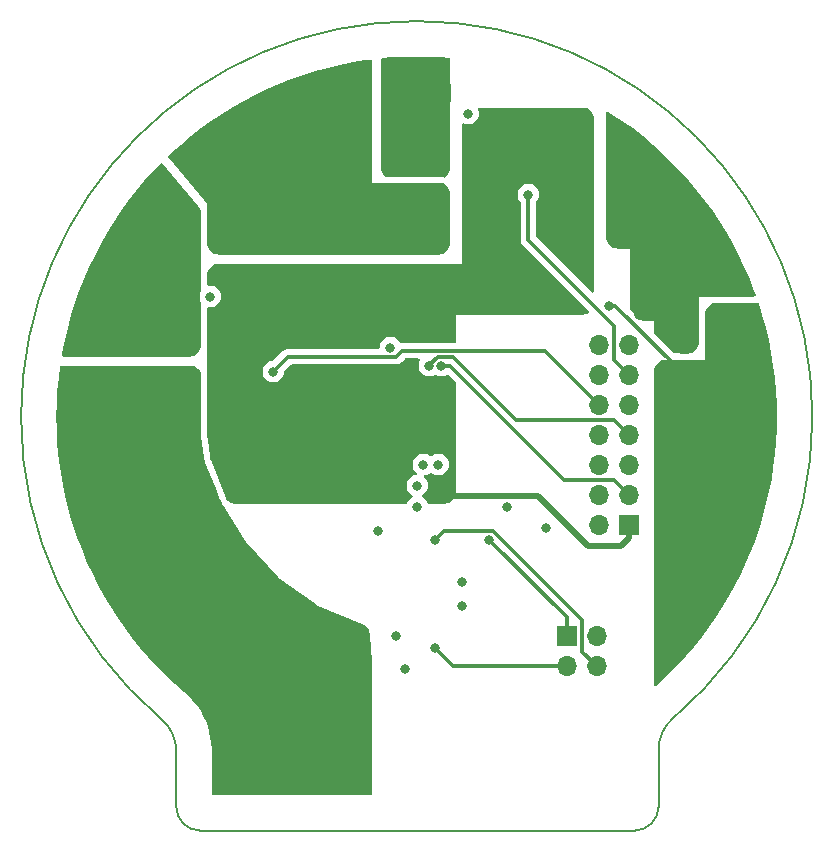
<source format=gbr>
%TF.GenerationSoftware,KiCad,Pcbnew,7.0.6*%
%TF.CreationDate,2024-03-18T21:18:51+03:00*%
%TF.ProjectId,_____ ________,1f3b3042-3020-4343-9042-47383a3e322e,rev?*%
%TF.SameCoordinates,Original*%
%TF.FileFunction,Copper,L2,Inr*%
%TF.FilePolarity,Positive*%
%FSLAX46Y46*%
G04 Gerber Fmt 4.6, Leading zero omitted, Abs format (unit mm)*
G04 Created by KiCad (PCBNEW 7.0.6) date 2024-03-18 21:18:51*
%MOMM*%
%LPD*%
G01*
G04 APERTURE LIST*
G04 Aperture macros list*
%AMRotRect*
0 Rectangle, with rotation*
0 The origin of the aperture is its center*
0 $1 length*
0 $2 width*
0 $3 Rotation angle, in degrees counterclockwise*
0 Add horizontal line*
21,1,$1,$2,0,0,$3*%
G04 Aperture macros list end*
%TA.AperFunction,ComponentPad*%
%ADD10RotRect,1.635000X1.635000X290.000000*%
%TD*%
%TA.AperFunction,ComponentPad*%
%ADD11C,1.635000*%
%TD*%
%TA.AperFunction,ComponentPad*%
%ADD12C,6.000000*%
%TD*%
%TA.AperFunction,ComponentPad*%
%ADD13RotRect,1.635000X1.635000X70.000000*%
%TD*%
%TA.AperFunction,ComponentPad*%
%ADD14RotRect,1.635000X1.635000X300.000000*%
%TD*%
%TA.AperFunction,ComponentPad*%
%ADD15R,1.635000X1.635000*%
%TD*%
%TA.AperFunction,ComponentPad*%
%ADD16RotRect,1.635000X1.635000X60.000000*%
%TD*%
%TA.AperFunction,ComponentPad*%
%ADD17RotRect,1.635000X1.635000X50.000000*%
%TD*%
%TA.AperFunction,ComponentPad*%
%ADD18R,1.700000X1.700000*%
%TD*%
%TA.AperFunction,ComponentPad*%
%ADD19O,1.700000X1.700000*%
%TD*%
%TA.AperFunction,ComponentPad*%
%ADD20RotRect,1.635000X1.635000X310.000000*%
%TD*%
%TA.AperFunction,ViaPad*%
%ADD21C,0.800000*%
%TD*%
%TA.AperFunction,Conductor*%
%ADD22C,0.500000*%
%TD*%
%TA.AperFunction,Conductor*%
%ADD23C,0.300000*%
%TD*%
%TA.AperFunction,Profile*%
%ADD24C,0.200000*%
%TD*%
G04 APERTURE END LIST*
D10*
%TO.N,B_OUT*%
%TO.C,J13*%
X144872270Y-59835673D03*
D11*
X146411361Y-64064290D03*
%TD*%
D12*
%TO.N,B*%
%TO.C,J2*%
X151765000Y-55880000D03*
%TD*%
%TO.N,C*%
%TO.C,J3*%
X129540000Y-70485000D03*
%TD*%
D13*
%TO.N,C_OUT*%
%TO.C,J7*%
X145272909Y-107352617D03*
D11*
X146812000Y-103124000D03*
%TD*%
D14*
%TO.N,B_OUT*%
%TO.C,J12*%
X139990000Y-62142886D03*
D11*
X142240000Y-66040000D03*
%TD*%
D15*
%TO.N,A_OUT*%
%TO.C,J6*%
X178272000Y-79248000D03*
D11*
X173772000Y-79248000D03*
%TD*%
D12*
%TO.N,A*%
%TO.C,J1*%
X173990000Y-70485000D03*
%TD*%
D16*
%TO.N,C_OUT*%
%TO.C,J10*%
X140498000Y-104989114D03*
D11*
X142748000Y-101092000D03*
%TD*%
D15*
%TO.N,A_OUT*%
%TO.C,J5*%
X178272000Y-83566000D03*
D11*
X173772000Y-83566000D03*
%TD*%
D17*
%TO.N,C_OUT*%
%TO.C,J11*%
X136045456Y-101999200D03*
D11*
X138938000Y-98552000D03*
%TD*%
D18*
%TO.N,PTC_Coil_A*%
%TO.C,J8*%
X164540000Y-101874000D03*
D19*
%TO.N,GNDA*%
X167080000Y-101874000D03*
%TO.N,PTC_Coil_C*%
X164540000Y-104414000D03*
%TO.N,PTC_Coil_B*%
X167080000Y-104414000D03*
%TD*%
D20*
%TO.N,B_OUT*%
%TO.C,J14*%
X135537456Y-65132800D03*
D11*
X138430000Y-68580000D03*
%TD*%
D15*
%TO.N,A_OUT*%
%TO.C,J9*%
X178272000Y-87884000D03*
D11*
X173772000Y-87884000D03*
%TD*%
D18*
%TO.N,+3.3V*%
%TO.C,J4*%
X169784000Y-92456000D03*
D19*
%TO.N,GND*%
X167244000Y-92456000D03*
%TO.N,CS_MCU*%
X169784000Y-89916000D03*
%TO.N,Temp_Coil_C_MCU*%
X167244000Y-89916000D03*
%TO.N,SCLK_MCU*%
X169784000Y-87376000D03*
%TO.N,Temp_Coil_B_MCU*%
X167244000Y-87376000D03*
%TO.N,SDIO_MCU*%
X169784000Y-84836000D03*
%TO.N,Temp_Coil_A_MCU*%
X167244000Y-84836000D03*
%TO.N,OUT_MCU*%
X169784000Y-82296000D03*
%TO.N,Current_C_MCU*%
X167244000Y-82296000D03*
%TO.N,Current_B_MCU*%
X169784000Y-79756000D03*
%TO.N,Current_A_MCU*%
X167244000Y-79756000D03*
%TO.N,+3.3VA*%
X169784000Y-77216000D03*
%TO.N,GNDA*%
X167244000Y-77216000D03*
%TD*%
D21*
%TO.N,+3.3V*%
X136144000Y-73152000D03*
X164592000Y-64516000D03*
X157734000Y-57658000D03*
X145796000Y-90170000D03*
%TO.N,GND*%
X149606000Y-77470000D03*
X156210000Y-57658000D03*
X134366000Y-73152000D03*
X151892000Y-89154000D03*
%TO.N,OUT_MCU*%
X152400000Y-87376000D03*
%TO.N,SCLK_MCU*%
X153670000Y-87376000D03*
%TO.N,CS_MCU*%
X153924000Y-78994000D03*
%TO.N,SDIO_MCU*%
X152908000Y-78994000D03*
%TO.N,Current_B_MCU*%
X161290000Y-64516000D03*
%TO.N,Current_C_MCU*%
X139700000Y-79502000D03*
%TO.N,A*%
X170688000Y-72644000D03*
X175006000Y-74676000D03*
X171450000Y-74168000D03*
X174244000Y-75184000D03*
X170688000Y-73660000D03*
X174244000Y-77216000D03*
X175006000Y-76708000D03*
X175006000Y-75692000D03*
X174244000Y-74168000D03*
X174244000Y-76200000D03*
X170688000Y-74676000D03*
%TO.N,A_OUT*%
X180594000Y-79248000D03*
X177546000Y-76708000D03*
X180594000Y-76708000D03*
X180594000Y-74676000D03*
X181102000Y-78486000D03*
X180086000Y-78486000D03*
X176784000Y-75184000D03*
X168148000Y-73914000D03*
X177546000Y-74676000D03*
X177546000Y-77724000D03*
X180594000Y-77724000D03*
X176784000Y-77216000D03*
X180594000Y-75692000D03*
X181102000Y-80010000D03*
X180086000Y-80010000D03*
X177546000Y-75692000D03*
X176784000Y-76200000D03*
%TO.N,B*%
X149352000Y-59182000D03*
X150368000Y-62230000D03*
X149352000Y-61214000D03*
X149352000Y-62230000D03*
X149352000Y-60198000D03*
X152400000Y-62230000D03*
X151384000Y-62230000D03*
X153416000Y-62230000D03*
%TO.N,B_OUT*%
X152400000Y-64008000D03*
X151892000Y-65024000D03*
X149352000Y-68072000D03*
X152400000Y-68072000D03*
X150876000Y-65024000D03*
X149352000Y-66040000D03*
X151384000Y-64008000D03*
X153416000Y-68072000D03*
X149352000Y-64008000D03*
X150368000Y-64008000D03*
X151384000Y-68072000D03*
X153416000Y-64008000D03*
X152908000Y-65024000D03*
X149352000Y-67056000D03*
X150368000Y-68072000D03*
X149860000Y-65024000D03*
%TO.N,C*%
X125984000Y-75692000D03*
X127000000Y-73660000D03*
X126492000Y-76708000D03*
X125476000Y-76708000D03*
X127508000Y-74676000D03*
X124460000Y-76708000D03*
X125984000Y-73660000D03*
X124968000Y-75692000D03*
X127000000Y-75692000D03*
X126492000Y-74676000D03*
X125476000Y-74676000D03*
%TO.N,C_OUT*%
X130048000Y-80264000D03*
X127000000Y-81280000D03*
X129032000Y-80264000D03*
X132080000Y-84836000D03*
X132080000Y-83312000D03*
X130556000Y-84074000D03*
X128016000Y-83312000D03*
X131064000Y-83312000D03*
X128016000Y-84836000D03*
X129540000Y-84074000D03*
X129032000Y-84836000D03*
X129032000Y-83312000D03*
X127000000Y-83312000D03*
X127000000Y-82296000D03*
X131064000Y-84836000D03*
X131064000Y-80264000D03*
X130048000Y-83312000D03*
X127000000Y-80264000D03*
X130048000Y-84836000D03*
X128016000Y-80264000D03*
X131572000Y-84074000D03*
X128524000Y-84074000D03*
%TO.N,GNDA*%
X155702000Y-99314000D03*
X148590000Y-92964000D03*
X150114000Y-101854000D03*
X162814000Y-92710000D03*
%TO.N,Temp_Coil_C_MCU*%
X150876000Y-104648000D03*
%TO.N,Temp_Coil_B_MCU*%
X151892000Y-90932000D03*
%TO.N,Temp_Coil_A_MCU*%
X159512000Y-90932000D03*
%TO.N,+3.3VA*%
X155702000Y-97282000D03*
%TO.N,PTC_Coil_A*%
X157988000Y-93726000D03*
%TO.N,PTC_Coil_B*%
X153416000Y-93726000D03*
%TO.N,PTC_Coil_C*%
X153416000Y-102870000D03*
%TD*%
D22*
%TO.N,+3.3V*%
X169784000Y-93614000D02*
X169164000Y-94234000D01*
X165862000Y-93726000D02*
X162140000Y-90004000D01*
X166370000Y-94234000D02*
X165862000Y-93726000D01*
X154266000Y-90004000D02*
X154178000Y-89916000D01*
X169784000Y-92456000D02*
X169784000Y-93614000D01*
X169164000Y-94234000D02*
X166370000Y-94234000D01*
X162140000Y-90004000D02*
X154266000Y-90004000D01*
D23*
%TO.N,CS_MCU*%
X153924000Y-78994000D02*
X154686000Y-78994000D01*
X168514000Y-88646000D02*
X169784000Y-89916000D01*
X154686000Y-78994000D02*
X164338000Y-88646000D01*
X164338000Y-88646000D02*
X168514000Y-88646000D01*
%TO.N,SDIO_MCU*%
X152908000Y-78949339D02*
X153613339Y-78244000D01*
X153613339Y-78244000D02*
X154952000Y-78244000D01*
X152908000Y-78994000D02*
X152908000Y-78949339D01*
X160274000Y-83566000D02*
X168514000Y-83566000D01*
X168514000Y-83566000D02*
X169784000Y-84836000D01*
X154952000Y-78244000D02*
X160274000Y-83566000D01*
%TO.N,Current_B_MCU*%
X169784000Y-79756000D02*
X168584000Y-78556000D01*
X161290000Y-68326000D02*
X161290000Y-64516000D01*
X168584000Y-75620000D02*
X161290000Y-68326000D01*
X168584000Y-78556000D02*
X168584000Y-75620000D01*
%TO.N,Current_C_MCU*%
X162692000Y-77744000D02*
X167244000Y-82296000D01*
X150102000Y-78244000D02*
X150602000Y-77744000D01*
X140958000Y-78244000D02*
X150102000Y-78244000D01*
X150602000Y-77744000D02*
X162692000Y-77744000D01*
X139700000Y-79502000D02*
X140958000Y-78244000D01*
%TO.N,A_OUT*%
X168148000Y-73914000D02*
X168656000Y-73914000D01*
X168656000Y-73914000D02*
X173772000Y-79030000D01*
X173772000Y-79030000D02*
X173772000Y-79248000D01*
%TO.N,PTC_Coil_A*%
X164540000Y-100278000D02*
X157988000Y-93726000D01*
X164540000Y-101874000D02*
X164540000Y-100278000D01*
%TO.N,PTC_Coil_B*%
X165880000Y-103214000D02*
X165880000Y-100557339D01*
X165880000Y-100557339D02*
X158286661Y-92964000D01*
X167080000Y-104414000D02*
X165880000Y-103214000D01*
X158286661Y-92964000D02*
X154178000Y-92964000D01*
X154178000Y-92964000D02*
X153416000Y-93726000D01*
%TO.N,PTC_Coil_C*%
X164520000Y-104394000D02*
X154940000Y-104394000D01*
X154940000Y-104394000D02*
X153416000Y-102870000D01*
X164540000Y-104414000D02*
X164520000Y-104394000D01*
%TD*%
%TA.AperFunction,Conductor*%
%TO.N,A*%
G36*
X168083162Y-57521101D02*
G01*
X168304781Y-57658000D01*
X168337537Y-57678234D01*
X169242817Y-58283123D01*
X170125931Y-58919938D01*
X170985753Y-59587868D01*
X171821187Y-60286062D01*
X172631168Y-61013629D01*
X173414665Y-61769643D01*
X174170679Y-62553140D01*
X174898246Y-63363121D01*
X175596440Y-64198555D01*
X176264370Y-65058377D01*
X176901185Y-65941491D01*
X177506074Y-66846771D01*
X178078266Y-67773065D01*
X178617032Y-68719192D01*
X179121686Y-69683945D01*
X179591583Y-70666096D01*
X180026126Y-71664393D01*
X180424760Y-72677563D01*
X180533834Y-72986747D01*
X180537573Y-73056517D01*
X180502999Y-73117232D01*
X180441088Y-73149617D01*
X180416897Y-73152000D01*
X175768000Y-73152000D01*
X175768000Y-74152000D01*
X175768000Y-74152003D01*
X175768000Y-76974951D01*
X175767701Y-76981032D01*
X175749982Y-77160934D01*
X175745240Y-77184775D01*
X175695424Y-77348998D01*
X175686121Y-77371456D01*
X175605227Y-77522798D01*
X175591722Y-77543010D01*
X175482854Y-77675666D01*
X175465666Y-77692854D01*
X175333010Y-77801722D01*
X175312798Y-77815227D01*
X175161456Y-77896121D01*
X175138998Y-77905424D01*
X174974775Y-77955240D01*
X174950934Y-77959982D01*
X174771032Y-77977701D01*
X174764951Y-77978000D01*
X174140984Y-77978000D01*
X174108891Y-77973775D01*
X174001748Y-77945066D01*
X174001744Y-77945065D01*
X174001743Y-77945065D01*
X174001742Y-77945064D01*
X174001737Y-77945064D01*
X173772002Y-77924965D01*
X173771997Y-77924965D01*
X173659401Y-77934815D01*
X173590902Y-77921048D01*
X173560914Y-77898968D01*
X171994319Y-76332373D01*
X171960834Y-76271050D01*
X171958000Y-76244692D01*
X171958000Y-76184003D01*
X171958000Y-76183999D01*
X171958000Y-75184000D01*
X170958000Y-75184000D01*
X170957997Y-75184000D01*
X170929050Y-75184000D01*
X170922968Y-75183701D01*
X170881351Y-75179602D01*
X170816564Y-75153440D01*
X170805826Y-75143880D01*
X169966119Y-74304173D01*
X169932634Y-74242850D01*
X169930397Y-74228645D01*
X169926299Y-74187031D01*
X169926000Y-74180951D01*
X169926000Y-70088003D01*
X169925999Y-70087992D01*
X169926000Y-69088000D01*
X168926000Y-69088000D01*
X168925997Y-69088000D01*
X168897049Y-69088000D01*
X168890968Y-69087701D01*
X168711065Y-69069982D01*
X168687224Y-69065240D01*
X168523001Y-69015424D01*
X168500543Y-69006121D01*
X168349201Y-68925227D01*
X168328989Y-68911722D01*
X168196333Y-68802854D01*
X168179145Y-68785666D01*
X168070277Y-68653010D01*
X168056772Y-68632798D01*
X167975878Y-68481456D01*
X167966575Y-68458998D01*
X167916757Y-68294769D01*
X167912018Y-68270941D01*
X167894299Y-68091032D01*
X167894000Y-68084951D01*
X167894000Y-57626598D01*
X167913685Y-57559559D01*
X167966489Y-57513804D01*
X168035647Y-57503860D01*
X168083162Y-57521101D01*
G37*
%TD.AperFunction*%
%TD*%
%TA.AperFunction,Conductor*%
%TO.N,B*%
G36*
X152936860Y-52855979D02*
G01*
X154024071Y-52914255D01*
X154573055Y-52963382D01*
X154638070Y-52988962D01*
X154678937Y-53045634D01*
X154686000Y-53086887D01*
X154686000Y-62242951D01*
X154685701Y-62249032D01*
X154667982Y-62428934D01*
X154663240Y-62452775D01*
X154613424Y-62616998D01*
X154604121Y-62639456D01*
X154523227Y-62790798D01*
X154509722Y-62811010D01*
X154400854Y-62943666D01*
X154383665Y-62960855D01*
X154272477Y-63052104D01*
X154208167Y-63079416D01*
X154157819Y-63074911D01*
X154027632Y-63035421D01*
X154027630Y-63035420D01*
X154003559Y-63029391D01*
X153955387Y-63019809D01*
X153930836Y-63016168D01*
X153930838Y-63016168D01*
X153772094Y-63000533D01*
X153732410Y-62996625D01*
X153726229Y-62996169D01*
X153720049Y-62995713D01*
X153701575Y-62994805D01*
X153689160Y-62994500D01*
X153689159Y-62994500D01*
X149231699Y-62994500D01*
X149164660Y-62974815D01*
X149153036Y-62966355D01*
X149146334Y-62960855D01*
X149129144Y-62943665D01*
X149020277Y-62811010D01*
X149006772Y-62790798D01*
X148925878Y-62639456D01*
X148916575Y-62616998D01*
X148866757Y-62452769D01*
X148862018Y-62428941D01*
X148844299Y-62249032D01*
X148844000Y-62242951D01*
X148844000Y-53101789D01*
X148863685Y-53034750D01*
X148916489Y-52988995D01*
X148956942Y-52978284D01*
X149672453Y-52914255D01*
X150759664Y-52855979D01*
X151848262Y-52836546D01*
X152936860Y-52855979D01*
G37*
%TD.AperFunction*%
%TD*%
%TA.AperFunction,Conductor*%
%TO.N,A_OUT*%
G36*
X180749031Y-73679685D02*
G01*
X180794786Y-73732489D01*
X180800324Y-73746941D01*
X180970052Y-74288994D01*
X181112318Y-74743344D01*
X181400365Y-75793321D01*
X181650753Y-76852911D01*
X181863162Y-77920762D01*
X182037321Y-78995515D01*
X182173009Y-80075798D01*
X182270053Y-81160237D01*
X182328329Y-82247448D01*
X182347761Y-83336082D01*
X182329473Y-84392100D01*
X182274629Y-85446889D01*
X182183295Y-86499146D01*
X182055581Y-87547610D01*
X181891640Y-88591023D01*
X181691669Y-89628134D01*
X181455908Y-90657699D01*
X181184639Y-91678483D01*
X180878188Y-92689262D01*
X180536922Y-93688825D01*
X180161251Y-94675971D01*
X179751624Y-95649518D01*
X179308534Y-96608298D01*
X178832512Y-97551160D01*
X178324128Y-98476975D01*
X177783992Y-99384632D01*
X177212752Y-100273042D01*
X176611093Y-101141140D01*
X175979737Y-101987885D01*
X175319441Y-102812261D01*
X174630996Y-103613280D01*
X173915229Y-104389981D01*
X173172997Y-105141432D01*
X172405191Y-105866733D01*
X172163978Y-106079279D01*
X172100666Y-106108831D01*
X172031427Y-106099462D01*
X171978245Y-106054148D01*
X171958004Y-105987274D01*
X171958000Y-105986244D01*
X171958000Y-79489048D01*
X171958299Y-79482967D01*
X171962706Y-79438213D01*
X171976018Y-79303056D01*
X171980757Y-79279232D01*
X172030577Y-79114994D01*
X172039875Y-79092549D01*
X172120775Y-78941195D01*
X172134272Y-78920995D01*
X172243149Y-78788328D01*
X172260328Y-78771149D01*
X172392995Y-78662272D01*
X172413195Y-78648775D01*
X172564549Y-78567875D01*
X172586994Y-78558577D01*
X172751232Y-78508757D01*
X172775056Y-78504018D01*
X172889501Y-78492746D01*
X172954969Y-78486299D01*
X172961049Y-78486000D01*
X175275997Y-78486000D01*
X175276000Y-78486000D01*
X176276000Y-78486000D01*
X176276000Y-74663047D01*
X176276299Y-74656967D01*
X176281824Y-74600867D01*
X176294018Y-74477056D01*
X176298757Y-74453232D01*
X176348577Y-74288994D01*
X176357875Y-74266549D01*
X176438775Y-74115195D01*
X176452272Y-74094995D01*
X176561149Y-73962328D01*
X176578328Y-73945149D01*
X176710995Y-73836272D01*
X176731195Y-73822775D01*
X176882549Y-73741875D01*
X176904994Y-73732577D01*
X177069232Y-73682757D01*
X177093056Y-73678018D01*
X177207501Y-73666746D01*
X177272969Y-73660299D01*
X177279049Y-73660000D01*
X180681992Y-73660000D01*
X180749031Y-73679685D01*
G37*
%TD.AperFunction*%
%TD*%
%TA.AperFunction,Conductor*%
%TO.N,C_OUT*%
G36*
X132655684Y-78994279D02*
G01*
X132829947Y-79010894D01*
X132853048Y-79015338D01*
X133012525Y-79062088D01*
X133034381Y-79070824D01*
X133182132Y-79146858D01*
X133201944Y-79159565D01*
X133332676Y-79262155D01*
X133349730Y-79278378D01*
X133458718Y-79403820D01*
X133472399Y-79422973D01*
X133555718Y-79566746D01*
X133565534Y-79588139D01*
X133599602Y-79685964D01*
X133606500Y-79726745D01*
X133606500Y-84781599D01*
X133608857Y-84857412D01*
X133610065Y-84876942D01*
X133617153Y-84952688D01*
X133849188Y-86808974D01*
X133852317Y-86828833D01*
X133878209Y-86964644D01*
X133881748Y-86980440D01*
X133887775Y-87003807D01*
X133890262Y-87012316D01*
X133892318Y-87019347D01*
X133935338Y-87150714D01*
X133942221Y-87169652D01*
X133954151Y-87199476D01*
X134024760Y-87375998D01*
X134735959Y-89153998D01*
X135233410Y-90397627D01*
X135239410Y-90411421D01*
X135248954Y-90431692D01*
X135248955Y-90431694D01*
X135255764Y-90445108D01*
X135286647Y-90501701D01*
X135343068Y-90605093D01*
X135359030Y-90630606D01*
X135372519Y-90649559D01*
X135382000Y-90678000D01*
X135442511Y-90776330D01*
X135442513Y-90776334D01*
X135442517Y-90776340D01*
X135442516Y-90776340D01*
X136529021Y-92541910D01*
X137215207Y-93656963D01*
X137363978Y-93898715D01*
X137363978Y-93898716D01*
X137363987Y-93898729D01*
X137414000Y-93980000D01*
X137478482Y-94050344D01*
X137478493Y-94050357D01*
X137478493Y-94050358D01*
X140110667Y-96921819D01*
X140208000Y-97028000D01*
X140300173Y-97091812D01*
X140300182Y-97091819D01*
X140300183Y-97091819D01*
X143082935Y-99018340D01*
X143510000Y-99314000D01*
X147252775Y-100855142D01*
X147257933Y-100857550D01*
X147408670Y-100936604D01*
X147427868Y-100949056D01*
X147554730Y-101049116D01*
X147571310Y-101064882D01*
X147677626Y-101186552D01*
X147691029Y-101205100D01*
X147773169Y-101344223D01*
X147782936Y-101364918D01*
X147838116Y-101516776D01*
X147843913Y-101538915D01*
X147871650Y-101706826D01*
X147872322Y-101712517D01*
X147961402Y-102959630D01*
X148028024Y-103892343D01*
X148029012Y-103906168D01*
X148079459Y-104612422D01*
X148081364Y-104648022D01*
X148082000Y-104683669D01*
X148082000Y-115239500D01*
X148062315Y-115306539D01*
X148009511Y-115352294D01*
X147958000Y-115363500D01*
X134612119Y-115363500D01*
X134545080Y-115343815D01*
X134499325Y-115291011D01*
X134488119Y-115239500D01*
X134488119Y-111670992D01*
X134488137Y-111670930D01*
X134488223Y-111383812D01*
X134454283Y-110913491D01*
X134445641Y-110854097D01*
X134386384Y-110446846D01*
X134284885Y-109986348D01*
X134284885Y-109986346D01*
X134150318Y-109534406D01*
X134150319Y-109534407D01*
X133983386Y-109093387D01*
X133784969Y-108665610D01*
X133556111Y-108253327D01*
X133298002Y-107858682D01*
X133298002Y-107858683D01*
X133012006Y-107483762D01*
X132846315Y-107296405D01*
X132699622Y-107130530D01*
X132362485Y-106800834D01*
X132333214Y-106776084D01*
X132312714Y-106758750D01*
X132310168Y-106756474D01*
X132309069Y-106755435D01*
X132181061Y-106647432D01*
X132180650Y-106646811D01*
X132179477Y-106646071D01*
X131381180Y-105948390D01*
X130606863Y-105222628D01*
X129858264Y-104470367D01*
X129136290Y-103692516D01*
X128441816Y-102890018D01*
X127775682Y-102063844D01*
X127138694Y-101214995D01*
X126531625Y-100344499D01*
X125955209Y-99453408D01*
X125410144Y-98542803D01*
X124897090Y-97613786D01*
X124416667Y-96667482D01*
X123969459Y-95705036D01*
X123556006Y-94727613D01*
X123238905Y-93898716D01*
X123176809Y-93736398D01*
X122832327Y-92732591D01*
X122522978Y-91717406D01*
X122249134Y-90692073D01*
X122011130Y-89657833D01*
X121809251Y-88615940D01*
X121643744Y-87567653D01*
X121514807Y-86514243D01*
X121422599Y-85456985D01*
X121367229Y-84397158D01*
X121348765Y-83336047D01*
X121348763Y-83335969D01*
X121368195Y-82247448D01*
X121426471Y-81160237D01*
X121523515Y-80075798D01*
X121529495Y-80028185D01*
X121645760Y-79102546D01*
X121673646Y-79038483D01*
X121731740Y-78999665D01*
X121768793Y-78994000D01*
X132649803Y-78994000D01*
X132655684Y-78994279D01*
G37*
%TD.AperFunction*%
%TD*%
%TA.AperFunction,Conductor*%
%TO.N,C*%
G36*
X130276415Y-61879676D02*
G01*
X130329820Y-61916514D01*
X131165740Y-62904420D01*
X133365628Y-65504289D01*
X133368958Y-65508595D01*
X133462181Y-65640712D01*
X133473109Y-65659507D01*
X133538347Y-65798471D01*
X133545826Y-65818888D01*
X133585786Y-65967105D01*
X133589584Y-65988512D01*
X133603761Y-66149599D01*
X133604000Y-66155037D01*
X133604000Y-72637596D01*
X133587387Y-72699596D01*
X133538821Y-72783714D01*
X133499689Y-72904150D01*
X133480326Y-72963744D01*
X133460540Y-73152000D01*
X133480326Y-73340256D01*
X133480327Y-73340259D01*
X133538818Y-73520277D01*
X133538821Y-73520284D01*
X133587387Y-73604403D01*
X133604000Y-73666402D01*
X133604000Y-77228951D01*
X133603701Y-77235032D01*
X133585982Y-77414934D01*
X133581240Y-77438775D01*
X133531424Y-77602998D01*
X133522121Y-77625456D01*
X133441227Y-77776798D01*
X133427722Y-77797010D01*
X133318854Y-77929666D01*
X133301666Y-77946854D01*
X133169010Y-78055722D01*
X133148798Y-78069227D01*
X132997456Y-78150121D01*
X132974998Y-78159424D01*
X132810775Y-78209240D01*
X132786934Y-78213982D01*
X132607032Y-78231701D01*
X132600951Y-78232000D01*
X121928638Y-78232000D01*
X121861599Y-78212315D01*
X121815844Y-78159511D01*
X121805900Y-78090353D01*
X121806235Y-78088165D01*
X121833362Y-77920762D01*
X122045771Y-76852911D01*
X122296159Y-75793321D01*
X122584206Y-74743344D01*
X122909546Y-73704316D01*
X123271764Y-72677563D01*
X123670398Y-71664393D01*
X124104941Y-70666096D01*
X124574838Y-69683945D01*
X125079492Y-68719192D01*
X125618258Y-67773065D01*
X126190450Y-66846771D01*
X126795339Y-65941491D01*
X127432154Y-65058377D01*
X128100084Y-64198555D01*
X128798278Y-63363121D01*
X129525845Y-62553140D01*
X129525844Y-62553139D01*
X130145935Y-61910508D01*
X130206645Y-61875937D01*
X130276415Y-61879676D01*
G37*
%TD.AperFunction*%
%TD*%
%TA.AperFunction,Conductor*%
%TO.N,B_OUT*%
G36*
X148011516Y-53103548D02*
G01*
X148063495Y-53150238D01*
X148082000Y-53215404D01*
X148082000Y-63500000D01*
X153682951Y-63500000D01*
X153689032Y-63500299D01*
X153750067Y-63506310D01*
X153868941Y-63518018D01*
X153892769Y-63522757D01*
X154057001Y-63572576D01*
X154079453Y-63581877D01*
X154230798Y-63662772D01*
X154251010Y-63676277D01*
X154383666Y-63785145D01*
X154400854Y-63802333D01*
X154509722Y-63934989D01*
X154523227Y-63955201D01*
X154604121Y-64106543D01*
X154613424Y-64129001D01*
X154663240Y-64293224D01*
X154667982Y-64317065D01*
X154685701Y-64496967D01*
X154686000Y-64503048D01*
X154686000Y-68592951D01*
X154685701Y-68599032D01*
X154667982Y-68778934D01*
X154663240Y-68802775D01*
X154613424Y-68966998D01*
X154604121Y-68989456D01*
X154523227Y-69140798D01*
X154509722Y-69161010D01*
X154400854Y-69293666D01*
X154383666Y-69310854D01*
X154251010Y-69419722D01*
X154230798Y-69433227D01*
X154079456Y-69514121D01*
X154056998Y-69523424D01*
X153892775Y-69573240D01*
X153868934Y-69577982D01*
X153689032Y-69595701D01*
X153682951Y-69596000D01*
X135115049Y-69596000D01*
X135108968Y-69595701D01*
X134929065Y-69577982D01*
X134905224Y-69573240D01*
X134741001Y-69523424D01*
X134718543Y-69514121D01*
X134567201Y-69433227D01*
X134546989Y-69419722D01*
X134414333Y-69310854D01*
X134397145Y-69293666D01*
X134288277Y-69161010D01*
X134274772Y-69140798D01*
X134193878Y-68989456D01*
X134184575Y-68966998D01*
X134134757Y-68802769D01*
X134130018Y-68778941D01*
X134112299Y-68599032D01*
X134112000Y-68592951D01*
X134112000Y-65642265D01*
X134112000Y-65278000D01*
X133877702Y-64999074D01*
X133877701Y-64999072D01*
X130844069Y-61387606D01*
X130816022Y-61323612D01*
X130827025Y-61254615D01*
X130852911Y-61218621D01*
X131065356Y-61013629D01*
X131875337Y-60286062D01*
X132710771Y-59587868D01*
X133570593Y-58919938D01*
X134453707Y-58283123D01*
X135358987Y-57678234D01*
X136285281Y-57106042D01*
X137231408Y-56567276D01*
X138196161Y-56062622D01*
X139178312Y-55592725D01*
X140176609Y-55158182D01*
X141189779Y-54759548D01*
X142216532Y-54397330D01*
X143255560Y-54071990D01*
X144305537Y-53783943D01*
X145365127Y-53533555D01*
X146432978Y-53321146D01*
X147507731Y-53146987D01*
X147942547Y-53092372D01*
X148011516Y-53103548D01*
G37*
%TD.AperFunction*%
%TD*%
%TA.AperFunction,Conductor*%
%TO.N,+3.3V*%
G36*
X165881032Y-57150299D02*
G01*
X165942067Y-57156310D01*
X166060941Y-57168018D01*
X166084769Y-57172757D01*
X166249001Y-57222576D01*
X166271453Y-57231877D01*
X166422798Y-57312772D01*
X166443010Y-57326277D01*
X166575666Y-57435145D01*
X166592854Y-57452333D01*
X166701722Y-57584989D01*
X166715227Y-57605201D01*
X166796121Y-57756543D01*
X166805424Y-57779001D01*
X166855240Y-57943224D01*
X166859982Y-57967065D01*
X166877701Y-58146967D01*
X166878000Y-58153048D01*
X166878000Y-72694691D01*
X166858315Y-72761730D01*
X166805511Y-72807485D01*
X166736353Y-72817429D01*
X166672797Y-72788404D01*
X166666319Y-72782372D01*
X161976819Y-68092872D01*
X161943334Y-68031549D01*
X161940500Y-68005191D01*
X161940500Y-65186921D01*
X161960185Y-65119882D01*
X161972351Y-65103948D01*
X161972352Y-65103947D01*
X162022533Y-65048216D01*
X162117179Y-64884284D01*
X162175674Y-64704256D01*
X162195460Y-64516000D01*
X162175674Y-64327744D01*
X162117179Y-64147716D01*
X162022533Y-63983784D01*
X161895871Y-63843112D01*
X161895870Y-63843111D01*
X161742734Y-63731851D01*
X161742729Y-63731848D01*
X161569807Y-63654857D01*
X161569802Y-63654855D01*
X161418487Y-63622693D01*
X161384646Y-63615500D01*
X161195354Y-63615500D01*
X161162897Y-63622398D01*
X161010197Y-63654855D01*
X161010192Y-63654857D01*
X160837270Y-63731848D01*
X160837265Y-63731851D01*
X160684129Y-63843111D01*
X160557466Y-63983785D01*
X160462821Y-64147715D01*
X160462818Y-64147722D01*
X160415279Y-64294033D01*
X160404326Y-64327744D01*
X160384540Y-64516000D01*
X160404326Y-64704256D01*
X160404327Y-64704259D01*
X160462818Y-64884277D01*
X160462821Y-64884284D01*
X160499907Y-64948520D01*
X160557467Y-65048216D01*
X160607648Y-65103948D01*
X160637879Y-65166939D01*
X160639499Y-65186920D01*
X160639499Y-68240494D01*
X160637733Y-68256505D01*
X160637974Y-68256528D01*
X160637240Y-68264294D01*
X160639500Y-68336203D01*
X160639500Y-68366920D01*
X160639501Y-68366940D01*
X160640418Y-68374206D01*
X160640876Y-68380024D01*
X160642402Y-68428567D01*
X160642403Y-68428570D01*
X160648323Y-68448948D01*
X160652268Y-68467996D01*
X160654928Y-68489054D01*
X160654931Y-68489064D01*
X160672813Y-68534230D01*
X160674705Y-68539758D01*
X160688254Y-68586395D01*
X160688255Y-68586397D01*
X160699060Y-68604666D01*
X160707617Y-68622134D01*
X160713226Y-68636300D01*
X160715432Y-68641872D01*
X160743983Y-68681170D01*
X160747191Y-68686053D01*
X160766789Y-68719192D01*
X160771919Y-68727865D01*
X160771923Y-68727869D01*
X160786925Y-68742871D01*
X160799563Y-68757669D01*
X160812033Y-68774833D01*
X160812036Y-68774836D01*
X160812037Y-68774837D01*
X160849476Y-68805809D01*
X160853776Y-68809722D01*
X163708447Y-71664393D01*
X166392213Y-74348159D01*
X166425698Y-74409482D01*
X166420714Y-74479174D01*
X166378842Y-74535107D01*
X166362985Y-74545198D01*
X166271456Y-74594121D01*
X166248998Y-74603424D01*
X166084775Y-74653240D01*
X166060934Y-74657982D01*
X165881032Y-74675701D01*
X165874951Y-74676000D01*
X155194000Y-74676000D01*
X155194000Y-75675999D01*
X155194000Y-75676003D01*
X155194000Y-76969500D01*
X155174315Y-77036539D01*
X155121511Y-77082294D01*
X155070000Y-77093500D01*
X150687506Y-77093500D01*
X150671495Y-77091732D01*
X150671473Y-77091974D01*
X150663706Y-77091239D01*
X150591783Y-77093500D01*
X150561075Y-77093500D01*
X150561071Y-77093500D01*
X150561060Y-77093501D01*
X150553804Y-77094417D01*
X150547985Y-77094875D01*
X150505523Y-77096210D01*
X150437898Y-77078641D01*
X150394240Y-77034271D01*
X150338534Y-76937785D01*
X150211870Y-76797111D01*
X150058734Y-76685851D01*
X150058729Y-76685848D01*
X149885807Y-76608857D01*
X149885802Y-76608855D01*
X149740000Y-76577865D01*
X149700646Y-76569500D01*
X149511354Y-76569500D01*
X149478897Y-76576398D01*
X149326197Y-76608855D01*
X149326192Y-76608857D01*
X149153270Y-76685848D01*
X149153265Y-76685851D01*
X149000129Y-76797111D01*
X148873466Y-76937785D01*
X148778821Y-77101715D01*
X148778818Y-77101722D01*
X148721929Y-77276809D01*
X148720326Y-77281744D01*
X148714749Y-77334807D01*
X148699861Y-77476463D01*
X148698536Y-77476323D01*
X148680855Y-77536539D01*
X148628051Y-77582294D01*
X148576540Y-77593500D01*
X141043506Y-77593500D01*
X141027495Y-77591732D01*
X141027473Y-77591974D01*
X141019706Y-77591239D01*
X140947783Y-77593500D01*
X140917075Y-77593500D01*
X140917071Y-77593500D01*
X140917060Y-77593501D01*
X140909804Y-77594417D01*
X140903986Y-77594875D01*
X140855433Y-77596401D01*
X140840873Y-77600630D01*
X140835040Y-77602325D01*
X140815996Y-77606269D01*
X140794942Y-77608929D01*
X140794940Y-77608929D01*
X140749781Y-77626808D01*
X140744255Y-77628700D01*
X140697601Y-77642254D01*
X140679325Y-77653063D01*
X140661860Y-77661619D01*
X140642124Y-77669433D01*
X140602824Y-77697986D01*
X140597942Y-77701193D01*
X140556136Y-77725917D01*
X140541124Y-77740929D01*
X140526336Y-77753558D01*
X140509167Y-77766032D01*
X140509165Y-77766034D01*
X140478194Y-77803470D01*
X140474262Y-77807791D01*
X139716873Y-78565181D01*
X139655550Y-78598666D01*
X139629192Y-78601500D01*
X139605354Y-78601500D01*
X139572897Y-78608398D01*
X139420197Y-78640855D01*
X139420192Y-78640857D01*
X139247270Y-78717848D01*
X139247265Y-78717851D01*
X139094129Y-78829111D01*
X138967466Y-78969785D01*
X138872821Y-79133715D01*
X138872818Y-79133722D01*
X138814327Y-79313740D01*
X138814326Y-79313744D01*
X138794540Y-79502000D01*
X138814326Y-79690256D01*
X138814327Y-79690259D01*
X138872818Y-79870277D01*
X138872821Y-79870284D01*
X138967467Y-80034216D01*
X139004908Y-80075798D01*
X139094129Y-80174888D01*
X139247265Y-80286148D01*
X139247270Y-80286151D01*
X139420192Y-80363142D01*
X139420197Y-80363144D01*
X139605354Y-80402500D01*
X139605355Y-80402500D01*
X139794644Y-80402500D01*
X139794646Y-80402500D01*
X139979803Y-80363144D01*
X140152730Y-80286151D01*
X140305871Y-80174888D01*
X140432533Y-80034216D01*
X140527179Y-79870284D01*
X140585674Y-79690256D01*
X140599168Y-79561855D01*
X140625752Y-79497242D01*
X140634798Y-79487146D01*
X141191126Y-78930819D01*
X141252450Y-78897334D01*
X141278808Y-78894500D01*
X150016495Y-78894500D01*
X150032505Y-78896267D01*
X150032528Y-78896026D01*
X150040289Y-78896758D01*
X150040296Y-78896760D01*
X150112203Y-78894500D01*
X150142925Y-78894500D01*
X150150190Y-78893581D01*
X150156016Y-78893122D01*
X150204569Y-78891597D01*
X150224956Y-78885673D01*
X150243996Y-78881731D01*
X150265058Y-78879071D01*
X150310235Y-78861183D01*
X150315735Y-78859300D01*
X150362398Y-78845744D01*
X150380665Y-78834939D01*
X150398136Y-78826380D01*
X150417871Y-78818568D01*
X150457177Y-78790010D01*
X150462043Y-78786813D01*
X150503865Y-78762081D01*
X150518878Y-78747066D01*
X150533670Y-78734435D01*
X150550833Y-78721966D01*
X150550833Y-78721965D01*
X150550837Y-78721963D01*
X150581810Y-78684521D01*
X150585714Y-78680230D01*
X150835126Y-78430819D01*
X150896449Y-78397334D01*
X150922807Y-78394500D01*
X151999540Y-78394500D01*
X152066579Y-78414185D01*
X152112334Y-78466989D01*
X152122278Y-78536147D01*
X152106927Y-78580497D01*
X152106081Y-78581965D01*
X152080821Y-78625715D01*
X152080818Y-78625722D01*
X152027435Y-78790019D01*
X152022326Y-78805744D01*
X152002540Y-78994000D01*
X152022326Y-79182256D01*
X152022327Y-79182259D01*
X152080818Y-79362277D01*
X152080821Y-79362284D01*
X152175467Y-79526216D01*
X152233900Y-79591112D01*
X152302129Y-79666888D01*
X152455265Y-79778148D01*
X152455270Y-79778151D01*
X152628192Y-79855142D01*
X152628197Y-79855144D01*
X152813354Y-79894500D01*
X152813355Y-79894500D01*
X153002644Y-79894500D01*
X153002646Y-79894500D01*
X153187803Y-79855144D01*
X153360730Y-79778151D01*
X153360734Y-79778148D01*
X153365563Y-79775998D01*
X153434813Y-79766712D01*
X153466437Y-79775998D01*
X153471265Y-79778148D01*
X153471270Y-79778151D01*
X153644197Y-79855144D01*
X153829354Y-79894500D01*
X153829355Y-79894500D01*
X154018644Y-79894500D01*
X154018646Y-79894500D01*
X154203803Y-79855144D01*
X154376730Y-79778151D01*
X154391525Y-79767401D01*
X154457329Y-79743921D01*
X154525384Y-79759745D01*
X154552092Y-79780038D01*
X155157681Y-80385627D01*
X155191166Y-80446950D01*
X155194000Y-80473308D01*
X155194000Y-89674951D01*
X155193701Y-89681032D01*
X155175982Y-89860934D01*
X155171240Y-89884775D01*
X155121424Y-90048998D01*
X155112121Y-90071456D01*
X155031227Y-90222798D01*
X155017722Y-90243010D01*
X154908854Y-90375666D01*
X154891666Y-90392854D01*
X154759010Y-90501722D01*
X154738798Y-90515227D01*
X154587456Y-90596121D01*
X154564998Y-90605424D01*
X154400775Y-90655240D01*
X154376934Y-90659982D01*
X154197032Y-90677701D01*
X154190951Y-90678000D01*
X152846404Y-90678000D01*
X152779365Y-90658315D01*
X152733610Y-90605511D01*
X152728473Y-90592319D01*
X152719180Y-90563719D01*
X152719179Y-90563718D01*
X152719179Y-90563716D01*
X152624533Y-90399784D01*
X152497871Y-90259112D01*
X152497870Y-90259111D01*
X152339473Y-90144029D01*
X152341028Y-90141888D01*
X152300921Y-90099840D01*
X152287685Y-90031235D01*
X152313642Y-89966366D01*
X152340370Y-89943205D01*
X152339473Y-89941971D01*
X152418196Y-89884775D01*
X152497871Y-89826888D01*
X152624533Y-89686216D01*
X152719179Y-89522284D01*
X152777674Y-89342256D01*
X152797460Y-89154000D01*
X152777674Y-88965744D01*
X152719179Y-88785716D01*
X152624533Y-88621784D01*
X152497871Y-88481112D01*
X152497870Y-88481111D01*
X152497869Y-88481110D01*
X152494263Y-88477863D01*
X152457615Y-88418376D01*
X152458946Y-88348519D01*
X152497833Y-88290471D01*
X152551449Y-88264426D01*
X152679803Y-88237144D01*
X152679807Y-88237142D01*
X152679808Y-88237142D01*
X152804827Y-88181479D01*
X152852730Y-88160151D01*
X152962117Y-88080676D01*
X153027920Y-88057198D01*
X153095974Y-88073023D01*
X153107871Y-88080668D01*
X153217266Y-88160148D01*
X153217270Y-88160151D01*
X153390192Y-88237142D01*
X153390197Y-88237144D01*
X153575354Y-88276500D01*
X153575355Y-88276500D01*
X153764644Y-88276500D01*
X153764646Y-88276500D01*
X153949803Y-88237144D01*
X154122730Y-88160151D01*
X154275871Y-88048888D01*
X154402533Y-87908216D01*
X154497179Y-87744284D01*
X154555674Y-87564256D01*
X154575460Y-87376000D01*
X154555674Y-87187744D01*
X154497179Y-87007716D01*
X154402533Y-86843784D01*
X154275871Y-86703112D01*
X154275870Y-86703111D01*
X154122734Y-86591851D01*
X154122729Y-86591848D01*
X153949807Y-86514857D01*
X153949802Y-86514855D01*
X153804000Y-86483865D01*
X153764646Y-86475500D01*
X153575354Y-86475500D01*
X153542897Y-86482398D01*
X153390197Y-86514855D01*
X153390192Y-86514857D01*
X153217270Y-86591848D01*
X153217265Y-86591851D01*
X153107885Y-86671321D01*
X153042079Y-86694801D01*
X152974025Y-86678975D01*
X152962115Y-86671321D01*
X152852734Y-86591851D01*
X152852729Y-86591848D01*
X152679807Y-86514857D01*
X152679802Y-86514855D01*
X152534001Y-86483865D01*
X152494646Y-86475500D01*
X152305354Y-86475500D01*
X152272897Y-86482398D01*
X152120197Y-86514855D01*
X152120192Y-86514857D01*
X151947270Y-86591848D01*
X151947265Y-86591851D01*
X151794129Y-86703111D01*
X151667466Y-86843785D01*
X151572821Y-87007715D01*
X151572818Y-87007722D01*
X151514327Y-87187740D01*
X151514326Y-87187744D01*
X151494540Y-87376000D01*
X151514326Y-87564256D01*
X151514327Y-87564259D01*
X151572818Y-87744277D01*
X151572821Y-87744284D01*
X151667467Y-87908216D01*
X151741694Y-87990653D01*
X151794130Y-88048889D01*
X151797736Y-88052136D01*
X151834384Y-88111622D01*
X151833053Y-88181479D01*
X151794166Y-88239527D01*
X151740544Y-88265575D01*
X151612197Y-88292855D01*
X151612192Y-88292857D01*
X151439270Y-88369848D01*
X151439265Y-88369851D01*
X151286129Y-88481111D01*
X151159466Y-88621785D01*
X151064821Y-88785715D01*
X151064818Y-88785722D01*
X151006327Y-88965740D01*
X151006326Y-88965744D01*
X150986540Y-89154000D01*
X151006326Y-89342256D01*
X151006327Y-89342259D01*
X151064818Y-89522277D01*
X151064821Y-89522284D01*
X151159467Y-89686216D01*
X151286128Y-89826887D01*
X151286129Y-89826888D01*
X151444527Y-89941971D01*
X151442976Y-89944105D01*
X151483098Y-89986199D01*
X151496309Y-90054808D01*
X151470330Y-90119668D01*
X151443634Y-90142800D01*
X151444527Y-90144029D01*
X151286129Y-90259111D01*
X151159466Y-90399785D01*
X151064821Y-90563715D01*
X151064819Y-90563719D01*
X151055527Y-90592319D01*
X151016089Y-90649994D01*
X150951730Y-90677192D01*
X150937596Y-90678000D01*
X145288000Y-90678000D01*
X136906000Y-90678000D01*
X136401701Y-90678000D01*
X136394332Y-90677561D01*
X136235783Y-90658599D01*
X136207164Y-90651654D01*
X136067993Y-90599732D01*
X136041820Y-90586235D01*
X135980318Y-90544597D01*
X135918816Y-90502958D01*
X135896563Y-90483669D01*
X135796668Y-90373735D01*
X135779591Y-90349742D01*
X135730134Y-90259111D01*
X135703098Y-90209567D01*
X135699962Y-90202906D01*
X134414565Y-86989412D01*
X134413211Y-86985686D01*
X134375234Y-86869718D01*
X134373250Y-86862026D01*
X134350393Y-86742134D01*
X134349783Y-86738263D01*
X134242445Y-85879566D01*
X134119723Y-84897777D01*
X134116001Y-84858005D01*
X134114109Y-84837782D01*
X134113872Y-84833950D01*
X134112000Y-84773742D01*
X134112000Y-79487136D01*
X134112000Y-74171750D01*
X134131684Y-74104715D01*
X134184488Y-74058960D01*
X134253646Y-74049016D01*
X134261743Y-74050457D01*
X134271354Y-74052500D01*
X134271358Y-74052500D01*
X134460644Y-74052500D01*
X134460646Y-74052500D01*
X134645803Y-74013144D01*
X134818730Y-73936151D01*
X134971871Y-73824888D01*
X135098533Y-73684216D01*
X135193179Y-73520284D01*
X135251674Y-73340256D01*
X135271460Y-73152000D01*
X135251674Y-72963744D01*
X135193179Y-72783716D01*
X135098533Y-72619784D01*
X134971871Y-72479112D01*
X134971870Y-72479111D01*
X134818734Y-72367851D01*
X134818729Y-72367848D01*
X134645807Y-72290857D01*
X134645802Y-72290855D01*
X134500000Y-72259865D01*
X134460646Y-72251500D01*
X134271354Y-72251500D01*
X134271353Y-72251500D01*
X134261778Y-72253535D01*
X134192111Y-72248218D01*
X134136378Y-72206080D01*
X134112274Y-72140499D01*
X134112000Y-72132274D01*
X134112000Y-71361027D01*
X134112297Y-71354981D01*
X134130018Y-71175056D01*
X134134757Y-71151232D01*
X134184577Y-70986994D01*
X134193875Y-70964549D01*
X134274775Y-70813195D01*
X134288272Y-70792995D01*
X134397149Y-70660328D01*
X134414328Y-70643149D01*
X134546995Y-70534272D01*
X134567195Y-70520775D01*
X134718549Y-70439875D01*
X134740994Y-70430577D01*
X134905232Y-70380757D01*
X134929056Y-70376018D01*
X135043501Y-70364746D01*
X135108969Y-70358299D01*
X135115049Y-70358000D01*
X154701997Y-70358000D01*
X154702000Y-70358000D01*
X155702000Y-70358000D01*
X155702000Y-58608486D01*
X155721685Y-58541448D01*
X155774489Y-58495693D01*
X155843647Y-58485749D01*
X155876435Y-58495207D01*
X155930197Y-58519144D01*
X156115354Y-58558500D01*
X156115355Y-58558500D01*
X156304644Y-58558500D01*
X156304646Y-58558500D01*
X156489803Y-58519144D01*
X156662730Y-58442151D01*
X156815871Y-58330888D01*
X156942533Y-58190216D01*
X157037179Y-58026284D01*
X157095674Y-57846256D01*
X157115460Y-57658000D01*
X157095674Y-57469744D01*
X157052016Y-57335381D01*
X157044523Y-57312318D01*
X157042528Y-57242477D01*
X157078608Y-57182644D01*
X157141309Y-57151816D01*
X157162454Y-57150000D01*
X165874951Y-57150000D01*
X165881032Y-57150299D01*
G37*
%TD.AperFunction*%
%TD*%
D24*
X131487619Y-111618347D02*
X131487619Y-116332000D01*
X172325073Y-111516254D02*
X172325073Y-116332000D01*
X131487653Y-111618347D02*
G75*
G03*
X130245370Y-108940051I-3505153J1447D01*
G01*
X131487598Y-116332000D02*
G75*
G03*
X133519619Y-118364002I2032002J0D01*
G01*
X170293071Y-118364000D02*
X133519619Y-118364002D01*
X170293071Y-118363973D02*
G75*
G03*
X172325073Y-116332000I29J2031973D01*
G01*
X173557146Y-108850261D02*
G75*
G03*
X172325073Y-111516254I2268654J-2666139D01*
G01*
X173557135Y-108850249D02*
G75*
G03*
X185348262Y-83336046I-21708895J25514219D01*
G01*
X185348262Y-83336046D02*
G75*
G03*
X118348262Y-83336046I-33500000J0D01*
G01*
X118348265Y-83336046D02*
G75*
G03*
X130245370Y-108940051I33499975J-14D01*
G01*
M02*

</source>
